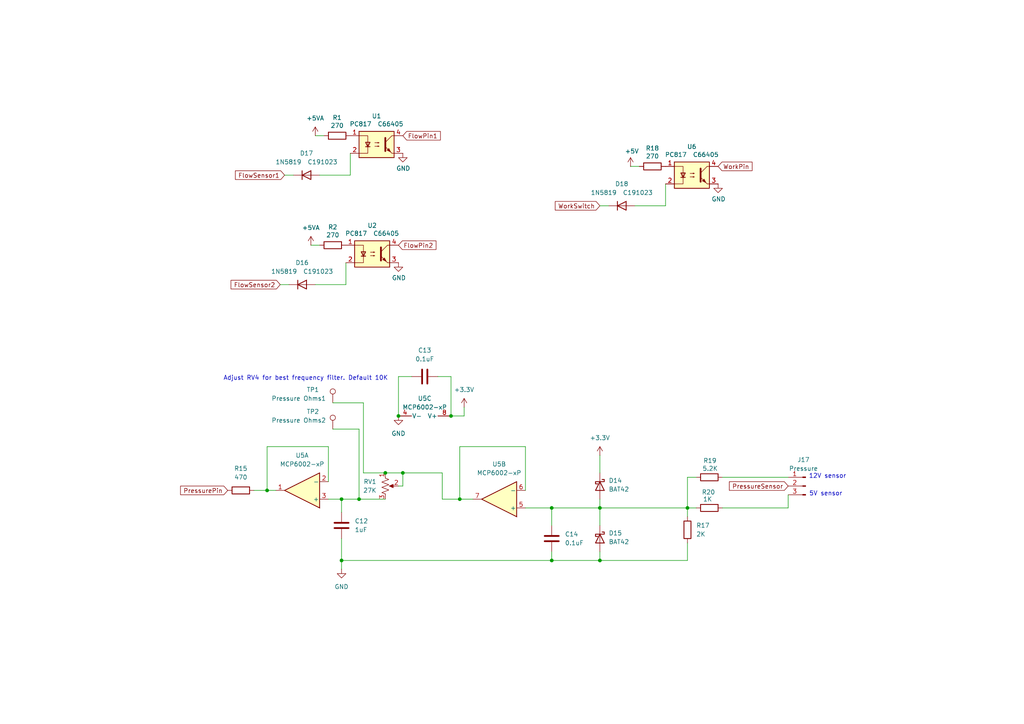
<source format=kicad_sch>
(kicad_sch (version 20250114) (generator "eeschema") (generator_version "9.0")
  (paper "A4")
  (title_block (title "Sensors") (date "2024-12-12"))
  (lib_symbols
    (symbol "RC11-2_Symbols:1N4007" (pin_numbers (hide yes)) (pin_names (hide yes))
      (property "Reference" "D" (at 0 2.54 0))
      (property "Value" "1N4007" (at 0 -2.54 0))
      (symbol "1N4007_0_1"
        (polyline (pts (xy -1.27 1.27) (xy -1.27 -1.27)) (stroke (width 0.254)))
        (polyline (pts (xy 1.27 1.27) (xy 1.27 -1.27) (xy -1.27 0) (xy 1.27 1.27)) (stroke (width 0.254)))
        (polyline (pts (xy 1.27 0) (xy -1.27 0)))
      )
      (symbol "1N4007_1_1"
        (pin passive line (at -3.81 0 0) (length 2.54) (name "K") (number "1"))
        (pin passive line (at 3.81 0 180) (length 2.54) (name "A") (number "2"))
      )
    )
    (symbol "RC11-2_Symbols:BAT42" (pin_numbers (hide yes)) (pin_names (offset 1.016) (hide yes))
      (property "Reference" "D" (at 0 2.54 0))
      (property "Value" "BAT42" (at 0 -2.54 0))
      (symbol "BAT42_0_1"
        (polyline (pts (xy -1.905 0.635) (xy -1.905 1.27) (xy -1.27 1.27) (xy -1.27 -1.27) (xy -0.635 -1.27) (xy -0.635 -0.635)) (stroke (width 0.254)))
        (polyline (pts (xy 1.27 1.27) (xy 1.27 -1.27) (xy -1.27 0) (xy 1.27 1.27)) (stroke (width 0.254)))
        (polyline (pts (xy 1.27 0) (xy -1.27 0)))
      )
      (symbol "BAT42_1_1"
        (pin passive line (at -3.81 0 0) (length 2.54) (name "K") (number "1"))
        (pin passive line (at 3.81 0 180) (length 2.54) (name "A") (number "2"))
      )
    )
    (symbol "RC11-2_Symbols:C" (pin_numbers (hide yes)) (pin_names (offset 0.254))
      (property "Reference" "C" (at 0.635 2.54 0))
      (property "Value" "C" (at 0.635 -2.54 0))
      (symbol "C_0_1"
        (polyline (pts (xy -2.032 0.762) (xy 2.032 0.762)) (stroke (width 0.508)))
        (polyline (pts (xy -2.032 -0.762) (xy 2.032 -0.762)) (stroke (width 0.508)))
      )
      (symbol "C_1_1"
        (pin passive line (at 0 3.81 270) (length 2.794) (name "~") (number "1"))
        (pin passive line (at 0 -3.81 90) (length 2.794) (name "~") (number "2"))
      )
    )
    (symbol "RC11-2_Symbols:Conn_01x03_Pin" (pin_names (offset 1.016) (hide yes))
      (property "Reference" "J" (at 0 5.08 0))
      (property "Value" "Conn_01x03_Pin" (at 0 -5.08 0))
      (symbol "Conn_01x03_Pin_1_1"
        (rectangle (start 0.8636 2.667) (end 0 2.413) (stroke (width 0.1524)) (fill (type outline)))
        (rectangle (start 0.8636 0.127) (end 0 -0.127) (stroke (width 0.1524)) (fill (type outline)))
        (rectangle (start 0.8636 -2.413) (end 0 -2.667) (stroke (width 0.1524)) (fill (type outline)))
        (polyline (pts (xy 1.27 2.54) (xy 0.8636 2.54)) (stroke (width 0.1524)))
        (polyline (pts (xy 1.27 0) (xy 0.8636 0)) (stroke (width 0.1524)))
        (polyline (pts (xy 1.27 -2.54) (xy 0.8636 -2.54)) (stroke (width 0.1524)))
        (pin passive line (at 5.08 2.54 180) (length 3.81) (name "Pin_1") (number "1"))
        (pin passive line (at 5.08 0 180) (length 3.81) (name "Pin_2") (number "2"))
        (pin passive line (at 5.08 -2.54 180) (length 3.81) (name "Pin_3") (number "3"))
      )
    )
    (symbol "RC11-2_Symbols:MCP6002-xP" (pin_names (offset 0.127))
      (property "Reference" "U" (at 0 5.08 0))
      (property "Value" "MCP6002-xP" (at 0 -5.08 0))
      (symbol "MCP6002-xP_1_1"
        (polyline (pts (xy -5.08 5.08) (xy 5.08 0) (xy -5.08 -5.08) (xy -5.08 5.08)) (stroke (width 0.254)) (fill (type background)))
        (pin input line (at -7.62 2.54 0) (length 2.54) (name "+") (number "3"))
        (pin input line (at -7.62 -2.54 0) (length 2.54) (name "-") (number "2"))
        (pin output line (at 7.62 0 180) (length 2.54) (name "~") (number "1"))
      )
      (symbol "MCP6002-xP_2_1"
        (polyline (pts (xy -5.08 5.08) (xy 5.08 0) (xy -5.08 -5.08) (xy -5.08 5.08)) (stroke (width 0.254)) (fill (type background)))
        (pin input line (at -7.62 2.54 0) (length 2.54) (name "+") (number "5"))
        (pin input line (at -7.62 -2.54 0) (length 2.54) (name "-") (number "6"))
        (pin output line (at 7.62 0 180) (length 2.54) (name "~") (number "7"))
      )
      (symbol "MCP6002-xP_3_1"
        (pin power_in line (at -2.54 7.62 270) (length 3.81) (name "V+") (number "8"))
        (pin power_in line (at -2.54 -7.62 90) (length 3.81) (name "V-") (number "4"))
      )
    )
    (symbol "RC11-2_Symbols:PC817" (pin_names (offset 1.016))
      (property "Reference" "U" (at -5.08 5.08 0))
      (property "Value" "PC817" (at 0 5.08 0))
      (symbol "PC817_0_1"
        (rectangle (start -5.08 3.81) (end 5.08 -3.81) (stroke (width 0.254)) (fill (type background)))
        (polyline (pts (xy -5.08 2.54) (xy -2.54 2.54) (xy -2.54 -0.635)))
        (polyline (pts (xy -3.175 -0.635) (xy -1.905 -0.635)) (stroke (width 0.254)))
        (polyline (pts (xy -2.54 -0.635) (xy -2.54 -2.54) (xy -5.08 -2.54)))
        (polyline (pts (xy -2.54 -0.635) (xy -3.175 0.635) (xy -1.905 0.635) (xy -2.54 -0.635)) (stroke (width 0.254)))
        (polyline (pts (xy -0.508 0.508) (xy 0.762 0.508) (xy 0.381 0.381) (xy 0.381 0.635) (xy 0.762 0.508)))
        (polyline (pts (xy -0.508 -0.508) (xy 0.762 -0.508) (xy 0.381 -0.635) (xy 0.381 -0.381) (xy 0.762 -0.508)))
        (polyline (pts (xy 2.54 1.905) (xy 2.54 -1.905) (xy 2.54 -1.905)) (stroke (width 0.508)))
        (polyline (pts (xy 2.54 0.635) (xy 4.445 2.54)))
        (polyline (pts (xy 3.048 -1.651) (xy 3.556 -1.143) (xy 4.064 -2.159) (xy 3.048 -1.651) (xy 3.048 -1.651)) (fill (type outline)))
        (polyline (pts (xy 4.445 2.54) (xy 5.08 2.54)))
        (polyline (pts (xy 4.445 -2.54) (xy 2.54 -0.635)) (fill (type outline)))
        (polyline (pts (xy 4.445 -2.54) (xy 5.08 -2.54)))
      )
      (symbol "PC817_1_1"
        (pin passive line (at -7.62 2.54 0) (length 2.54) (name "~") (number "1"))
        (pin passive line (at -7.62 -2.54 0) (length 2.54) (name "~") (number "2"))
        (pin passive line (at 7.62 2.54 180) (length 2.54) (name "~") (number "4"))
        (pin passive line (at 7.62 -2.54 180) (length 2.54) (name "~") (number "3"))
      )
    )
    (symbol "RC11-2_Symbols:R" (pin_numbers (hide yes)) (pin_names (offset 0))
      (property "Reference" "R" (at 2.032 0 90))
      (property "Value" "R" (at 0 0 90))
      (symbol "R_0_1"
        (rectangle (start -1.016 -2.54) (end 1.016 2.54) (stroke (width 0.254)))
      )
      (symbol "R_1_1"
        (pin passive line (at 0 3.81 270) (length 1.27) (name "~") (number "1"))
        (pin passive line (at 0 -3.81 90) (length 1.27) (name "~") (number "2"))
      )
    )
    (symbol "RC11-2_Symbols:R_Potentiometer_US" (pin_names (offset 1.016) (hide yes))
      (property "Reference" "RV" (at -4.445 0 90))
      (property "Value" "R_Potentiometer_US" (at -2.54 0 90))
      (symbol "R_Potentiometer_US_0_1"
        (polyline (pts (xy 0 2.54) (xy 0 2.286)))
        (polyline (pts (xy 0 2.286) (xy 1.016 1.905) (xy 0 1.524) (xy -1.016 1.143) (xy 0 0.762)))
        (polyline (pts (xy 0 0.762) (xy 1.016 0.381) (xy 0 0) (xy -1.016 -0.381) (xy 0 -0.762)))
        (polyline (pts (xy 0 -0.762) (xy 1.016 -1.143) (xy 0 -1.524) (xy -1.016 -1.905) (xy 0 -2.286)))
        (polyline (pts (xy 0 -2.286) (xy 0 -2.54)))
        (polyline (pts (xy 1.143 0) (xy 2.286 0.508) (xy 2.286 -0.508) (xy 1.143 0)) (fill (type outline)))
        (polyline (pts (xy 2.54 0) (xy 1.524 0)))
      )
      (symbol "R_Potentiometer_US_1_1"
        (pin passive line (at 0 3.81 270) (length 1.27) (name "1") (number "1"))
        (pin passive line (at 0 -3.81 90) (length 1.27) (name "3") (number "3"))
        (pin passive line (at 3.81 0 180) (length 1.27) (name "2") (number "2"))
      )
    )
    (symbol "RC11-2_Symbols:TestPoint" (pin_numbers (hide yes)) (pin_names (offset 0.762) (hide yes))
      (property "Reference" "TP" (at 0 6.858 0))
      (property "Value" "TestPoint" (at 0 5.08 0))
      (symbol "TestPoint_0_1"
        (circle (center 0 3.302) (radius 0.762))
      )
      (symbol "TestPoint_1_1"
        (pin passive line (at 0 0 90) (length 2.54) (name "1") (number "1"))
      )
    )
    (symbol "power:+3.3V" (power) (pin_numbers (hide yes)) (pin_names (offset 0) (hide yes))
      (property "Value" "+3.3V" (at 0 3.556 0))
      (symbol "+3.3V_0_1"
        (polyline (pts (xy -0.762 1.27) (xy 0 2.54)))
        (polyline (pts (xy 0 2.54) (xy 0.762 1.27)))
        (polyline (pts (xy 0 0) (xy 0 2.54)))
      )
      (symbol "+3.3V_1_1"
        (pin power_in line (at 0 0 90) (length 0) (name "~") (number "1"))
      )
    )
    (symbol "power:+5V" (power) (pin_numbers (hide yes)) (pin_names (offset 0) (hide yes))
      (property "Value" "+5V" (at 0 3.556 0))
      (symbol "+5V_0_1"
        (polyline (pts (xy -0.762 1.27) (xy 0 2.54)))
        (polyline (pts (xy 0 2.54) (xy 0.762 1.27)))
        (polyline (pts (xy 0 0) (xy 0 2.54)))
      )
      (symbol "+5V_1_1"
        (pin power_in line (at 0 0 90) (length 0) (name "~") (number "1"))
      )
    )
    (symbol "power:+5VA" (power) (pin_numbers (hide yes)) (pin_names (offset 0) (hide yes))
      (property "Value" "+5VA" (at 0 3.556 0))
      (symbol "+5VA_0_1"
        (polyline (pts (xy -0.762 1.27) (xy 0 2.54)))
        (polyline (pts (xy 0 2.54) (xy 0.762 1.27)))
        (polyline (pts (xy 0 0) (xy 0 2.54)))
      )
      (symbol "+5VA_1_1"
        (pin power_in line (at 0 0 90) (length 0) (name "~") (number "1"))
      )
    )
    (symbol "power:GND" (power) (pin_numbers (hide yes)) (pin_names (offset 0) (hide yes))
      (property "Value" "GND" (at 0 -3.81 0))
      (symbol "GND_0_1"
        (polyline (pts (xy 0 0) (xy 0 -1.27) (xy 1.27 -1.27) (xy 0 -2.54) (xy -1.27 -1.27) (xy 0 -1.27)))
      )
      (symbol "GND_1_1"
        (pin power_in line (at 0 0 270) (length 0) (name "~") (number "1"))
      )
    )
  )
  (text "5V sensor\n" (at 239.522 143.256 0) (effects (font (size 1.27 1.27))))
  (text "Adjust RV4 for best frequency filter. Default 10K" (at 64.77 110.49 0) (effects (font (size 1.27 1.27)) (justify left bottom)))
  (text "12V sensor\n" (at 240.03 138.176 0) (effects (font (size 1.27 1.27))))
  (junction (at 173.99 162.56))
  (junction (at 115.57 120.65))
  (junction (at 173.99 147.32))
  (junction (at 199.39 147.32))
  (junction (at 133.35 144.78))
  (junction (at 160.02 147.32))
  (junction (at 77.47 142.24))
  (junction (at 104.14 144.78))
  (junction (at 160.02 162.56))
  (junction (at 116.84 137.16))
  (junction (at 130.81 120.65))
  (junction (at 99.06 144.78))
  (junction (at 99.06 162.56))
  (junction (at 111.76 137.16))
  (wire (pts (xy 95.25 139.7) (xy 95.25 129.54)))
  (wire (pts (xy 185.42 48.26) (xy 182.88 48.26)))
  (wire (pts (xy 77.47 142.24) (xy 80.01 142.24)))
  (wire (pts (xy 199.39 162.56) (xy 173.99 162.56)))
  (wire (pts (xy 228.6 138.43) (xy 209.55 138.43)))
  (wire (pts (xy 173.99 147.32) (xy 173.99 152.4)))
  (wire (pts (xy 152.4 129.54) (xy 133.35 129.54)))
  (wire (pts (xy 228.6 143.51) (xy 228.6 147.32)))
  (wire (pts (xy 100.33 82.55) (xy 100.33 76.2)))
  (wire (pts (xy 173.99 162.56) (xy 160.02 162.56)))
  (wire (pts (xy 201.93 138.43) (xy 199.39 138.43)))
  (wire (pts (xy 130.81 109.22) (xy 127 109.22)))
  (wire (pts (xy 92.71 71.12) (xy 90.17 71.12)))
  (wire (pts (xy 105.41 137.16) (xy 111.76 137.16)))
  (wire (pts (xy 99.06 156.21) (xy 99.06 162.56)))
  (wire (pts (xy 199.39 149.86) (xy 199.39 147.32)))
  (wire (pts (xy 133.35 129.54) (xy 133.35 144.78)))
  (wire (pts (xy 173.99 59.69) (xy 176.53 59.69)))
  (wire (pts (xy 134.62 120.65) (xy 130.81 120.65)))
  (wire (pts (xy 91.44 82.55) (xy 100.33 82.55)))
  (wire (pts (xy 199.39 162.56) (xy 199.39 157.48)))
  (wire (pts (xy 99.06 162.56) (xy 99.06 165.1)))
  (wire (pts (xy 116.84 137.16) (xy 111.76 137.16)))
  (wire (pts (xy 160.02 147.32) (xy 173.99 147.32)))
  (wire (pts (xy 115.57 109.22) (xy 119.38 109.22)))
  (wire (pts (xy 228.6 147.32) (xy 209.55 147.32)))
  (wire (pts (xy 104.14 124.46) (xy 104.14 144.78)))
  (wire (pts (xy 193.04 59.69) (xy 193.04 53.34)))
  (wire (pts (xy 134.62 118.11) (xy 134.62 120.65)))
  (wire (pts (xy 92.71 50.8) (xy 101.6 50.8)))
  (wire (pts (xy 173.99 147.32) (xy 199.39 147.32)))
  (wire (pts (xy 95.25 144.78) (xy 99.06 144.78)))
  (wire (pts (xy 160.02 160.02) (xy 160.02 162.56)))
  (wire (pts (xy 96.52 116.84) (xy 105.41 116.84)))
  (wire (pts (xy 130.81 120.65) (xy 130.81 109.22)))
  (wire (pts (xy 115.57 120.65) (xy 115.57 109.22)))
  (wire (pts (xy 99.06 144.78) (xy 99.06 148.59)))
  (wire (pts (xy 73.66 142.24) (xy 77.47 142.24)))
  (wire (pts (xy 173.99 160.02) (xy 173.99 162.56)))
  (wire (pts (xy 128.27 137.16) (xy 116.84 137.16)))
  (wire (pts (xy 77.47 129.54) (xy 77.47 142.24)))
  (wire (pts (xy 99.06 144.78) (xy 104.14 144.78)))
  (wire (pts (xy 101.6 50.8) (xy 101.6 44.45)))
  (wire (pts (xy 115.57 140.97) (xy 116.84 140.97)))
  (wire (pts (xy 105.41 116.84) (xy 105.41 137.16)))
  (wire (pts (xy 82.55 50.8) (xy 85.09 50.8)))
  (wire (pts (xy 128.27 144.78) (xy 128.27 137.16)))
  (wire (pts (xy 95.25 129.54) (xy 77.47 129.54)))
  (wire (pts (xy 160.02 147.32) (xy 160.02 152.4)))
  (wire (pts (xy 81.28 82.55) (xy 83.82 82.55)))
  (wire (pts (xy 133.35 144.78) (xy 137.16 144.78)))
  (wire (pts (xy 99.06 162.56) (xy 160.02 162.56)))
  (wire (pts (xy 96.52 124.46) (xy 104.14 124.46)))
  (wire (pts (xy 128.27 144.78) (xy 133.35 144.78)))
  (wire (pts (xy 104.14 144.78) (xy 111.76 144.78)))
  (wire (pts (xy 199.39 147.32) (xy 201.93 147.32)))
  (wire (pts (xy 184.15 59.69) (xy 193.04 59.69)))
  (wire (pts (xy 116.84 140.97) (xy 116.84 137.16)))
  (wire (pts (xy 199.39 138.43) (xy 199.39 147.32)))
  (wire (pts (xy 152.4 147.32) (xy 160.02 147.32)))
  (wire (pts (xy 93.98 39.37) (xy 91.44 39.37)))
  (wire (pts (xy 152.4 142.24) (xy 152.4 129.54)))
  (wire (pts (xy 173.99 132.08) (xy 173.99 137.16)))
  (wire (pts (xy 173.99 144.78) (xy 173.99 147.32)))
  (global_label "FlowPin2" (shape input) (at 115.57 71.12 0) (property "Intersheetrefs" "${INTERSHEET_REFS}" (effects (hide yes))))
  (global_label "PressureSensor" (shape input) (at 228.6 140.97 180) (property "Intersheetrefs" "${INTERSHEET_REFS}" (effects (hide yes))))
  (global_label "PressurePin" (shape input) (at 66.04 142.24 180) (property "Intersheetrefs" "${INTERSHEET_REFS}" (effects (hide yes))))
  (global_label "FlowSensor1" (shape input) (at 82.55 50.8 180) (property "Intersheetrefs" "${INTERSHEET_REFS}" (effects (hide yes))))
  (global_label "FlowPin1" (shape input) (at 116.84 39.37 0) (property "Intersheetrefs" "${INTERSHEET_REFS}" (effects (hide yes))))
  (global_label "WorkPin" (shape input) (at 208.28 48.26 0) (property "Intersheetrefs" "${INTERSHEET_REFS}" (effects (hide yes))))
  (global_label "FlowSensor2" (shape input) (at 81.28 82.55 180) (property "Intersheetrefs" "${INTERSHEET_REFS}" (effects (hide yes))))
  (global_label "WorkSwitch" (shape input) (at 173.99 59.69 180) (property "Intersheetrefs" "${INTERSHEET_REFS}" (effects (hide yes))))
  (symbol (lib_id "power:GND") (at 116.84 44.45 0) (unit 1)
    (property "Reference" "#PWR021" (effects (hide yes)))
    (property "Value" "GND" (at 116.967 48.8442 0))
    (property "Description" "Power symbol creates a global label with name \"GND\" , ground" (effects (hide yes)))
  )
  (symbol (lib_id "RC11-2_Symbols:R") (at 69.85 142.24 90) (unit 1)
    (property "Reference" "R15" (at 69.85 135.89 90))
    (property "Value" "470" (at 69.85 138.43 90))
    (property "Footprint" "Capacitor_SMD:C_0603_1608Metric" (effects (hide yes)))
    (property "Description" "Resistor" (effects (hide yes)))
  )
  (symbol (lib_id "RC11-2_Symbols:TestPoint") (at 96.52 116.84 0) (unit 1)
    (property "Reference" "TP1" (at 88.9 113.03 0) (effects (justify left)))
    (property "Value" "Pressure Ohms1" (at 78.74 115.57 0) (effects (justify left)))
    (property "Footprint" "TestPoint:TestPoint_THTPad_D2.5mm_Drill1.2mm" (effects (hide yes)))
    (property "Description" "test point" (effects (hide yes)))
  )
  (symbol (lib_id "RC11-2_Symbols:R") (at 189.23 48.26 270) (unit 1)
    (property "Reference" "R18" (at 189.23 43.0022 90))
    (property "Value" "270" (at 189.23 45.3136 90))
    (property "Footprint" "Resistor_SMD:R_0603_1608Metric" (effects (hide yes)))
    (property "Description" "Resistor" (effects (hide yes)))
  )
  (symbol (lib_id "power:GND") (at 99.06 165.1 0) (unit 1)
    (property "Reference" "#PWR036" (effects (hide yes)))
    (property "Value" "GND" (at 99.06 170.18 0))
    (property "Description" "Power symbol creates a global label with name \"GND\" , ground" (effects (hide yes)))
  )
  (symbol (lib_id "RC11-2_Symbols:R") (at 97.79 39.37 270) (unit 1)
    (property "Reference" "R1" (at 97.79 34.1122 90))
    (property "Value" "270" (at 97.79 36.4236 90))
    (property "Footprint" "Resistor_SMD:R_0603_1608Metric" (effects (hide yes)))
    (property "Description" "Resistor" (effects (hide yes)))
  )
  (symbol (lib_id "RC11-2_Symbols:MCP6002-xP") (at 123.19 123.19 270) (unit 3)
    (property "Reference" "U5" (at 123.19 115.57 90))
    (property "Value" "MCP6002-xP" (at 123.19 118.11 90))
    (property "Footprint" "MyFootprints:SOIC127P600X175-8N" (effects (hide yes)))
    (property "Datasheet" "http://ww1.microchip.com/downloads/en/DeviceDoc/21733j.pdf" (effects (hide yes)))
    (property "Description" "1MHz, Low-Power Op Amp, DIP-8" (effects (hide yes)))
  )
  (symbol (lib_id "RC11-2_Symbols:C") (at 123.19 109.22 90) (unit 1)
    (property "Reference" "C13" (at 123.19 101.6 90))
    (property "Value" "0.1uF" (at 123.19 104.14 90))
    (property "Footprint" "Capacitor_SMD:C_0603_1608Metric" (effects (hide yes)))
    (property "Description" "Unpolarized capacitor" (effects (hide yes)))
  )
  (symbol (lib_id "power:GND") (at 115.57 76.2 0) (unit 1)
    (property "Reference" "#PWR022" (effects (hide yes)))
    (property "Value" "GND" (at 115.697 80.5942 0))
    (property "Description" "Power symbol creates a global label with name \"GND\" , ground" (effects (hide yes)))
  )
  (symbol (lib_id "power:GND") (at 115.57 120.65 0) (unit 1)
    (property "Reference" "#PWR037" (effects (hide yes)))
    (property "Value" "GND" (at 115.57 125.73 0))
    (property "Description" "Power symbol creates a global label with name \"GND\" , ground" (effects (hide yes)))
  )
  (symbol (lib_id "RC11-2_Symbols:MCP6002-xP") (at 144.78 144.78 180) (unit 2)
    (property "Reference" "U5" (at 144.78 134.62 0))
    (property "Value" "MCP6002-xP" (at 144.78 137.16 0))
    (property "Footprint" "MyFootprints:SOIC127P600X175-8N" (effects (hide yes)))
    (property "Datasheet" "http://ww1.microchip.com/downloads/en/DeviceDoc/21733j.pdf" (effects (hide yes)))
    (property "Description" "1MHz, Low-Power Op Amp, DIP-8" (effects (hide yes)))
  )
  (symbol (lib_id "RC11-2_Symbols:R_Potentiometer_US") (at 111.76 140.97 0) (unit 1)
    (property "Reference" "RV1" (at 109.22 139.6999 0) (effects (justify right)))
    (property "Value" "27K" (at 109.22 142.2399 0) (effects (justify right)))
    (property "Footprint" "MyFootprints:Potentiometer" (effects (hide yes)))
    (property "Description" "Potentiometer, US symbol" (effects (hide yes)))
  )
  (symbol (lib_id "RC11-2_Symbols:R") (at 205.74 147.32 270) (unit 1)
    (property "Reference" "R20" (at 205.486 142.748 90))
    (property "Value" "1K" (at 205.232 144.78 90))
    (property "Footprint" "Resistor_SMD:R_0603_1608Metric" (effects (hide yes)))
    (property "Description" "Resistor" (effects (hide yes)))
  )
  (symbol (lib_id "RC11-2_Symbols:C") (at 99.06 152.4 0) (unit 1)
    (property "Reference" "C12" (at 102.87 151.1299 0) (effects (justify left)))
    (property "Value" "1uF" (at 102.87 153.6699 0) (effects (justify left)))
    (property "Footprint" "Capacitor_SMD:C_0805_2012Metric" (effects (hide yes)))
    (property "Description" "Unpolarized capacitor" (effects (hide yes)))
  )
  (symbol (lib_id "RC11-2_Symbols:R") (at 199.39 153.67 180) (unit 1)
    (property "Reference" "R17" (at 201.93 152.4 0) (effects (justify right)))
    (property "Value" "2K" (at 201.93 154.94 0) (effects (justify right)))
    (property "Footprint" "Resistor_SMD:R_0603_1608Metric" (effects (hide yes)))
    (property "Description" "Resistor" (effects (hide yes)))
  )
  (symbol (lib_id "power:+3.3V") (at 173.99 132.08 0) (unit 1)
    (property "Reference" "#PWR044" (effects (hide yes)))
    (property "Value" "+3.3V" (at 173.99 127 0))
    (property "Description" "Power symbol creates a global label with name \"+3.3V\"" (effects (hide yes)))
  )
  (symbol (lib_id "power:+5VA") (at 91.44 39.37 0) (unit 1)
    (property "Reference" "#PWR09" (effects (hide yes)))
    (property "Value" "+5VA" (at 91.44 34.29 0))
    (property "Description" "Power symbol creates a global label with name \"+5VA\"" (effects (hide yes)))
  )
  (symbol (lib_id "RC11-2_Symbols:Conn_01x03_Pin") (at 233.68 140.97 0) (mirror y) (unit 1)
    (property "Reference" "J17" (at 233.045 133.35 0))
    (property "Value" "Pressure" (at 233.045 135.89 0))
    (property "Footprint" "Connector_PinHeader_2.54mm:PinHeader_1x03_P2.54mm_Vertical" (effects (hide yes)))
    (property "Description" "Generic connector, single row, 01x03, script generated" (effects (hide yes)))
  )
  (symbol (lib_id "RC11-2_Symbols:TestPoint") (at 96.52 124.46 0) (unit 1)
    (property "Reference" "TP2" (at 88.9 119.38 0) (effects (justify left)))
    (property "Value" "Pressure Ohms2" (at 78.74 121.92 0) (effects (justify left)))
    (property "Footprint" "TestPoint:TestPoint_THTPad_D2.5mm_Drill1.2mm" (effects (hide yes)))
    (property "Description" "test point" (effects (hide yes)))
  )
  (symbol (lib_id "RC11-2_Symbols:BAT42") (at 173.99 140.97 270) (unit 1)
    (property "Reference" "D14" (at 176.53 139.3824 90) (effects (justify left)))
    (property "Value" "BAT42" (at 176.53 141.9224 90) (effects (justify left)))
    (property "Footprint" "Diode_SMD:D_SOD-123" (effects (hide yes)))
    (property "Datasheet" "http://www.vishay.com/docs/85660/bat42.pdf" (effects (hide yes)))
    (property "Description" "30V 0.2A Small Signal Schottky Diode, DO-35" (effects (hide yes)))
  )
  (symbol (lib_id "RC11-2_Symbols:R") (at 205.74 138.43 90) (mirror x) (unit 1)
    (property "Reference" "R19" (at 203.962 133.604 90) (effects (justify right)))
    (property "Value" "5.2K" (at 203.708 135.89 90) (effects (justify right)))
    (property "Footprint" "Resistor_SMD:R_0603_1608Metric" (effects (hide yes)))
    (property "Description" "Resistor" (effects (hide yes)))
  )
  (symbol (lib_id "power:+5VA") (at 90.17 71.12 0) (unit 1)
    (property "Reference" "#PWR014" (effects (hide yes)))
    (property "Value" "+5VA" (at 90.17 66.04 0))
    (property "Description" "Power symbol creates a global label with name \"+5VA\"" (effects (hide yes)))
  )
  (symbol (lib_id "RC11-2_Symbols:C") (at 160.02 156.21 0) (unit 1)
    (property "Reference" "C14" (at 163.83 154.9399 0) (effects (justify left)))
    (property "Value" "0.1uF" (at 163.83 157.4799 0) (effects (justify left)))
    (property "Footprint" "Capacitor_SMD:C_0603_1608Metric" (effects (hide yes)))
    (property "Description" "Unpolarized capacitor" (effects (hide yes)))
  )
  (symbol (lib_id "RC11-2_Symbols:PC817") (at 107.95 73.66 0) (unit 1)
    (property "Reference" "U2" (at 107.95 65.405 0))
    (property "Value" "PC817  C66405" (at 107.95 67.7164 0))
    (property "Footprint" "digikey-footprints:SMD-4_4.6x7.62mm_P2.54mm" (effects (hide yes)))
    (property "Datasheet" "http://www.soselectronic.cz/a_info/resource/d/pc817.pdf" (effects (hide yes)))
    (property "Description" "DC Optocoupler, Vce 35V, CTR 50-300%, DIP-4" (effects (hide yes)))
  )
  (symbol (lib_id "RC11-2_Symbols:R") (at 96.52 71.12 270) (unit 1)
    (property "Reference" "R2" (at 96.52 65.8622 90))
    (property "Value" "270" (at 96.52 68.1736 90))
    (property "Footprint" "Resistor_SMD:R_0603_1608Metric" (effects (hide yes)))
    (property "Description" "Resistor" (effects (hide yes)))
  )
  (symbol (lib_id "RC11-2_Symbols:1N4007") (at 87.63 82.55 0) (unit 1)
    (property "Reference" "D16" (at 87.63 76.2 0))
    (property "Value" "1N5819  C191023" (at 87.63 78.74 0))
    (property "Footprint" "MyFootprints:1N5819" (effects (hide yes)))
    (property "Datasheet" "http://www.vishay.com/docs/88503/1n4001.pdf" (effects (hide yes)))
    (property "Description" "1000V 1A General Purpose Rectifier Diode, DO-41" (effects (hide yes)))
    (property "Sim.Device" "D" (effects (hide yes)))
    (property "Sim.Pins" "1=K 2=A" (effects (hide yes)))
  )
  (symbol (lib_id "power:GND") (at 208.28 53.34 0) (unit 1)
    (property "Reference" "#PWR046" (effects (hide yes)))
    (property "Value" "GND" (at 208.407 57.7342 0))
    (property "Description" "Power symbol creates a global label with name \"GND\" , ground" (effects (hide yes)))
  )
  (symbol (lib_id "RC11-2_Symbols:PC817") (at 200.66 50.8 0) (unit 1)
    (property "Reference" "U6" (at 200.66 42.545 0))
    (property "Value" "PC817  C66405" (at 200.66 44.8564 0))
    (property "Footprint" "digikey-footprints:SMD-4_4.6x7.62mm_P2.54mm" (effects (hide yes)))
    (property "Datasheet" "http://www.soselectronic.cz/a_info/resource/d/pc817.pdf" (effects (hide yes)))
    (property "Description" "DC Optocoupler, Vce 35V, CTR 50-300%, DIP-4" (effects (hide yes)))
  )
  (symbol (lib_id "power:+5V") (at 182.88 48.26 0) (unit 1)
    (property "Reference" "#PWR045" (effects (hide yes)))
    (property "Value" "+5V" (at 183.261 43.8658 0))
    (property "Description" "Power symbol creates a global label with name \"+5V\"" (effects (hide yes)))
  )
  (symbol (lib_id "power:+3.3V") (at 134.62 118.11 0) (unit 1)
    (property "Reference" "#PWR038" (effects (hide yes)))
    (property "Value" "+3.3V" (at 134.62 113.03 0))
    (property "Description" "Power symbol creates a global label with name \"+3.3V\"" (effects (hide yes)))
  )
  (symbol (lib_id "RC11-2_Symbols:MCP6002-xP") (at 87.63 142.24 180) (unit 1)
    (property "Reference" "U5" (at 87.63 132.08 0))
    (property "Value" "MCP6002-xP" (at 87.63 134.62 0))
    (property "Footprint" "MyFootprints:SOIC127P600X175-8N" (effects (hide yes)))
    (property "Datasheet" "http://ww1.microchip.com/downloads/en/DeviceDoc/21733j.pdf" (effects (hide yes)))
    (property "Description" "1MHz, Low-Power Op Amp, DIP-8" (effects (hide yes)))
  )
  (symbol (lib_id "RC11-2_Symbols:1N4007") (at 180.34 59.69 0) (unit 1)
    (property "Reference" "D18" (at 180.34 53.34 0))
    (property "Value" "1N5819  C191023" (at 180.34 55.88 0))
    (property "Footprint" "MyFootprints:1N5819" (effects (hide yes)))
    (property "Datasheet" "http://www.vishay.com/docs/88503/1n4001.pdf" (effects (hide yes)))
    (property "Description" "1000V 1A General Purpose Rectifier Diode, DO-41" (effects (hide yes)))
    (property "Sim.Device" "D" (effects (hide yes)))
    (property "Sim.Pins" "1=K 2=A" (effects (hide yes)))
  )
  (symbol (lib_id "RC11-2_Symbols:PC817") (at 109.22 41.91 0) (unit 1)
    (property "Reference" "U1" (at 109.22 33.655 0))
    (property "Value" "PC817  C66405" (at 109.22 35.9664 0))
    (property "Footprint" "digikey-footprints:SMD-4_4.6x7.62mm_P2.54mm" (effects (hide yes)))
    (property "Datasheet" "http://www.soselectronic.cz/a_info/resource/d/pc817.pdf" (effects (hide yes)))
    (property "Description" "DC Optocoupler, Vce 35V, CTR 50-300%, DIP-4" (effects (hide yes)))
  )
  (symbol (lib_id "RC11-2_Symbols:1N4007") (at 88.9 50.8 0) (unit 1)
    (property "Reference" "D17" (at 88.9 44.45 0))
    (property "Value" "1N5819  C191023" (at 88.9 46.99 0))
    (property "Footprint" "MyFootprints:1N5819" (effects (hide yes)))
    (property "Datasheet" "http://www.vishay.com/docs/88503/1n4001.pdf" (effects (hide yes)))
    (property "Description" "1000V 1A General Purpose Rectifier Diode, DO-41" (effects (hide yes)))
    (property "Sim.Device" "D" (effects (hide yes)))
    (property "Sim.Pins" "1=K 2=A" (effects (hide yes)))
  )
  (symbol (lib_id "RC11-2_Symbols:BAT42") (at 173.99 156.21 270) (unit 1)
    (property "Reference" "D15" (at 176.53 154.6224 90) (effects (justify left)))
    (property "Value" "BAT42" (at 176.53 157.1624 90) (effects (justify left)))
    (property "Footprint" "Diode_SMD:D_SOD-123" (effects (hide yes)))
    (property "Datasheet" "http://www.vishay.com/docs/85660/bat42.pdf" (effects (hide yes)))
    (property "Description" "30V 0.2A Small Signal Schottky Diode, DO-35" (effects (hide yes)))
  )
)
</source>
